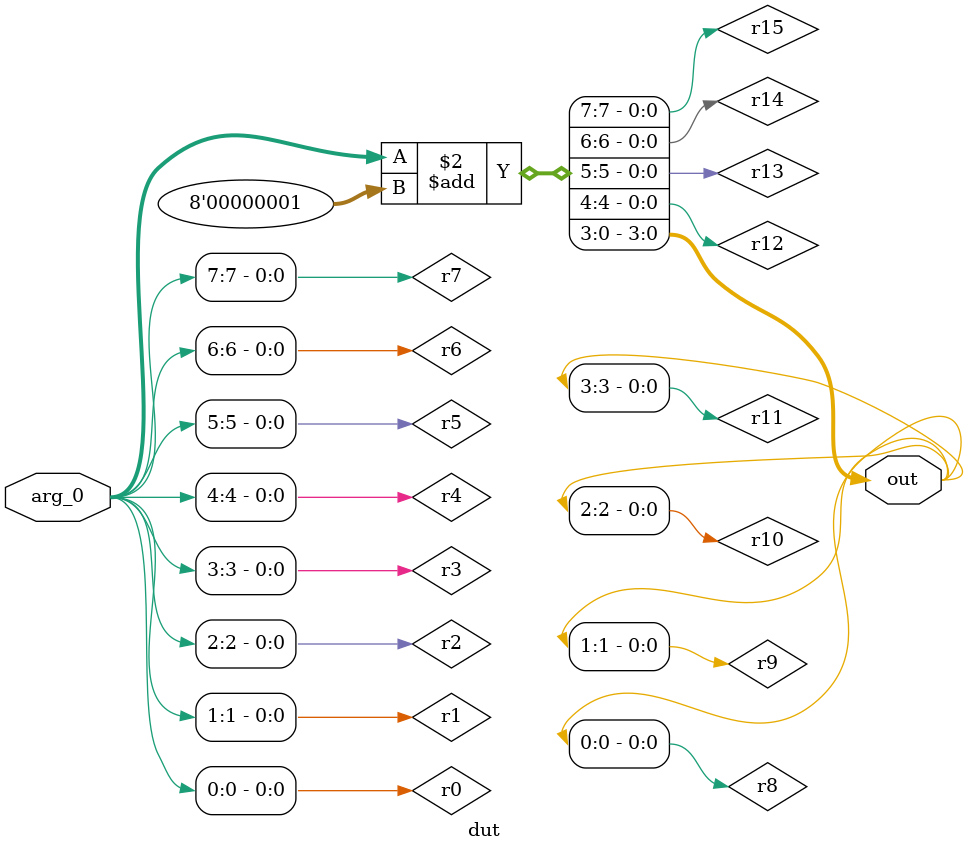
<source format=v>
module testbench();
    wire [3:0] out;
    reg [7:0] arg_0;
    dut t (.out(out),.arg_0(arg_0));
    initial begin
        arg_0 = 8'b00000000;
        #0;
        if (4'b0001 !== out) begin
            $display("ASSERTION FAILED 0x%0h !== 0x%0h CASE 0", 4'b0001, out);
            $finish;
        end
        arg_0 = 8'b00000001;
        #0;
        if (4'b0010 !== out) begin
            $display("ASSERTION FAILED 0x%0h !== 0x%0h CASE 1", 4'b0010, out);
            $finish;
        end
        arg_0 = 8'b00000010;
        #0;
        if (4'b0011 !== out) begin
            $display("ASSERTION FAILED 0x%0h !== 0x%0h CASE 2", 4'b0011, out);
            $finish;
        end
        arg_0 = 8'b00000011;
        #0;
        if (4'b0100 !== out) begin
            $display("ASSERTION FAILED 0x%0h !== 0x%0h CASE 3", 4'b0100, out);
            $finish;
        end
        arg_0 = 8'b00000100;
        #0;
        if (4'b0101 !== out) begin
            $display("ASSERTION FAILED 0x%0h !== 0x%0h CASE 4", 4'b0101, out);
            $finish;
        end
        arg_0 = 8'b00000101;
        #0;
        if (4'b0110 !== out) begin
            $display("ASSERTION FAILED 0x%0h !== 0x%0h CASE 5", 4'b0110, out);
            $finish;
        end
        arg_0 = 8'b00000110;
        #0;
        if (4'b0111 !== out) begin
            $display("ASSERTION FAILED 0x%0h !== 0x%0h CASE 6", 4'b0111, out);
            $finish;
        end
        arg_0 = 8'b00000111;
        #0;
        if (4'b1000 !== out) begin
            $display("ASSERTION FAILED 0x%0h !== 0x%0h CASE 7", 4'b1000, out);
            $finish;
        end
        arg_0 = 8'b00001000;
        #0;
        if (4'b1001 !== out) begin
            $display("ASSERTION FAILED 0x%0h !== 0x%0h CASE 8", 4'b1001, out);
            $finish;
        end
        arg_0 = 8'b00001001;
        #0;
        if (4'b1010 !== out) begin
            $display("ASSERTION FAILED 0x%0h !== 0x%0h CASE 9", 4'b1010, out);
            $finish;
        end
        arg_0 = 8'b00001010;
        #0;
        if (4'b1011 !== out) begin
            $display("ASSERTION FAILED 0x%0h !== 0x%0h CASE 10", 4'b1011, out);
            $finish;
        end
        arg_0 = 8'b00001011;
        #0;
        if (4'b1100 !== out) begin
            $display("ASSERTION FAILED 0x%0h !== 0x%0h CASE 11", 4'b1100, out);
            $finish;
        end
        arg_0 = 8'b00001100;
        #0;
        if (4'b1101 !== out) begin
            $display("ASSERTION FAILED 0x%0h !== 0x%0h CASE 12", 4'b1101, out);
            $finish;
        end
        arg_0 = 8'b00001101;
        #0;
        if (4'b1110 !== out) begin
            $display("ASSERTION FAILED 0x%0h !== 0x%0h CASE 13", 4'b1110, out);
            $finish;
        end
        arg_0 = 8'b00001110;
        #0;
        if (4'b1111 !== out) begin
            $display("ASSERTION FAILED 0x%0h !== 0x%0h CASE 14", 4'b1111, out);
            $finish;
        end
        arg_0 = 8'b00001111;
        #0;
        if (4'b0000 !== out) begin
            $display("ASSERTION FAILED 0x%0h !== 0x%0h CASE 15", 4'b0000, out);
            $finish;
        end
        arg_0 = 8'b00010000;
        #0;
        if (4'b0001 !== out) begin
            $display("ASSERTION FAILED 0x%0h !== 0x%0h CASE 16", 4'b0001, out);
            $finish;
        end
        arg_0 = 8'b00010001;
        #0;
        if (4'b0010 !== out) begin
            $display("ASSERTION FAILED 0x%0h !== 0x%0h CASE 17", 4'b0010, out);
            $finish;
        end
        arg_0 = 8'b00010010;
        #0;
        if (4'b0011 !== out) begin
            $display("ASSERTION FAILED 0x%0h !== 0x%0h CASE 18", 4'b0011, out);
            $finish;
        end
        arg_0 = 8'b00010011;
        #0;
        if (4'b0100 !== out) begin
            $display("ASSERTION FAILED 0x%0h !== 0x%0h CASE 19", 4'b0100, out);
            $finish;
        end
        arg_0 = 8'b00010100;
        #0;
        if (4'b0101 !== out) begin
            $display("ASSERTION FAILED 0x%0h !== 0x%0h CASE 20", 4'b0101, out);
            $finish;
        end
        arg_0 = 8'b00010101;
        #0;
        if (4'b0110 !== out) begin
            $display("ASSERTION FAILED 0x%0h !== 0x%0h CASE 21", 4'b0110, out);
            $finish;
        end
        arg_0 = 8'b00010110;
        #0;
        if (4'b0111 !== out) begin
            $display("ASSERTION FAILED 0x%0h !== 0x%0h CASE 22", 4'b0111, out);
            $finish;
        end
        arg_0 = 8'b00010111;
        #0;
        if (4'b1000 !== out) begin
            $display("ASSERTION FAILED 0x%0h !== 0x%0h CASE 23", 4'b1000, out);
            $finish;
        end
        arg_0 = 8'b00011000;
        #0;
        if (4'b1001 !== out) begin
            $display("ASSERTION FAILED 0x%0h !== 0x%0h CASE 24", 4'b1001, out);
            $finish;
        end
        arg_0 = 8'b00011001;
        #0;
        if (4'b1010 !== out) begin
            $display("ASSERTION FAILED 0x%0h !== 0x%0h CASE 25", 4'b1010, out);
            $finish;
        end
        arg_0 = 8'b00011010;
        #0;
        if (4'b1011 !== out) begin
            $display("ASSERTION FAILED 0x%0h !== 0x%0h CASE 26", 4'b1011, out);
            $finish;
        end
        arg_0 = 8'b00011011;
        #0;
        if (4'b1100 !== out) begin
            $display("ASSERTION FAILED 0x%0h !== 0x%0h CASE 27", 4'b1100, out);
            $finish;
        end
        arg_0 = 8'b00011100;
        #0;
        if (4'b1101 !== out) begin
            $display("ASSERTION FAILED 0x%0h !== 0x%0h CASE 28", 4'b1101, out);
            $finish;
        end
        arg_0 = 8'b00011101;
        #0;
        if (4'b1110 !== out) begin
            $display("ASSERTION FAILED 0x%0h !== 0x%0h CASE 29", 4'b1110, out);
            $finish;
        end
        arg_0 = 8'b00011110;
        #0;
        if (4'b1111 !== out) begin
            $display("ASSERTION FAILED 0x%0h !== 0x%0h CASE 30", 4'b1111, out);
            $finish;
        end
        arg_0 = 8'b00011111;
        #0;
        if (4'b0000 !== out) begin
            $display("ASSERTION FAILED 0x%0h !== 0x%0h CASE 31", 4'b0000, out);
            $finish;
        end
        arg_0 = 8'b00100000;
        #0;
        if (4'b0001 !== out) begin
            $display("ASSERTION FAILED 0x%0h !== 0x%0h CASE 32", 4'b0001, out);
            $finish;
        end
        arg_0 = 8'b00100001;
        #0;
        if (4'b0010 !== out) begin
            $display("ASSERTION FAILED 0x%0h !== 0x%0h CASE 33", 4'b0010, out);
            $finish;
        end
        arg_0 = 8'b00100010;
        #0;
        if (4'b0011 !== out) begin
            $display("ASSERTION FAILED 0x%0h !== 0x%0h CASE 34", 4'b0011, out);
            $finish;
        end
        arg_0 = 8'b00100011;
        #0;
        if (4'b0100 !== out) begin
            $display("ASSERTION FAILED 0x%0h !== 0x%0h CASE 35", 4'b0100, out);
            $finish;
        end
        arg_0 = 8'b00100100;
        #0;
        if (4'b0101 !== out) begin
            $display("ASSERTION FAILED 0x%0h !== 0x%0h CASE 36", 4'b0101, out);
            $finish;
        end
        arg_0 = 8'b00100101;
        #0;
        if (4'b0110 !== out) begin
            $display("ASSERTION FAILED 0x%0h !== 0x%0h CASE 37", 4'b0110, out);
            $finish;
        end
        arg_0 = 8'b00100110;
        #0;
        if (4'b0111 !== out) begin
            $display("ASSERTION FAILED 0x%0h !== 0x%0h CASE 38", 4'b0111, out);
            $finish;
        end
        arg_0 = 8'b00100111;
        #0;
        if (4'b1000 !== out) begin
            $display("ASSERTION FAILED 0x%0h !== 0x%0h CASE 39", 4'b1000, out);
            $finish;
        end
        arg_0 = 8'b00101000;
        #0;
        if (4'b1001 !== out) begin
            $display("ASSERTION FAILED 0x%0h !== 0x%0h CASE 40", 4'b1001, out);
            $finish;
        end
        arg_0 = 8'b00101001;
        #0;
        if (4'b1010 !== out) begin
            $display("ASSERTION FAILED 0x%0h !== 0x%0h CASE 41", 4'b1010, out);
            $finish;
        end
        arg_0 = 8'b00101010;
        #0;
        if (4'b1011 !== out) begin
            $display("ASSERTION FAILED 0x%0h !== 0x%0h CASE 42", 4'b1011, out);
            $finish;
        end
        arg_0 = 8'b00101011;
        #0;
        if (4'b1100 !== out) begin
            $display("ASSERTION FAILED 0x%0h !== 0x%0h CASE 43", 4'b1100, out);
            $finish;
        end
        arg_0 = 8'b00101100;
        #0;
        if (4'b1101 !== out) begin
            $display("ASSERTION FAILED 0x%0h !== 0x%0h CASE 44", 4'b1101, out);
            $finish;
        end
        arg_0 = 8'b00101101;
        #0;
        if (4'b1110 !== out) begin
            $display("ASSERTION FAILED 0x%0h !== 0x%0h CASE 45", 4'b1110, out);
            $finish;
        end
        arg_0 = 8'b00101110;
        #0;
        if (4'b1111 !== out) begin
            $display("ASSERTION FAILED 0x%0h !== 0x%0h CASE 46", 4'b1111, out);
            $finish;
        end
        arg_0 = 8'b00101111;
        #0;
        if (4'b0000 !== out) begin
            $display("ASSERTION FAILED 0x%0h !== 0x%0h CASE 47", 4'b0000, out);
            $finish;
        end
        arg_0 = 8'b00110000;
        #0;
        if (4'b0001 !== out) begin
            $display("ASSERTION FAILED 0x%0h !== 0x%0h CASE 48", 4'b0001, out);
            $finish;
        end
        arg_0 = 8'b00110001;
        #0;
        if (4'b0010 !== out) begin
            $display("ASSERTION FAILED 0x%0h !== 0x%0h CASE 49", 4'b0010, out);
            $finish;
        end
        arg_0 = 8'b00110010;
        #0;
        if (4'b0011 !== out) begin
            $display("ASSERTION FAILED 0x%0h !== 0x%0h CASE 50", 4'b0011, out);
            $finish;
        end
        arg_0 = 8'b00110011;
        #0;
        if (4'b0100 !== out) begin
            $display("ASSERTION FAILED 0x%0h !== 0x%0h CASE 51", 4'b0100, out);
            $finish;
        end
        arg_0 = 8'b00110100;
        #0;
        if (4'b0101 !== out) begin
            $display("ASSERTION FAILED 0x%0h !== 0x%0h CASE 52", 4'b0101, out);
            $finish;
        end
        arg_0 = 8'b00110101;
        #0;
        if (4'b0110 !== out) begin
            $display("ASSERTION FAILED 0x%0h !== 0x%0h CASE 53", 4'b0110, out);
            $finish;
        end
        arg_0 = 8'b00110110;
        #0;
        if (4'b0111 !== out) begin
            $display("ASSERTION FAILED 0x%0h !== 0x%0h CASE 54", 4'b0111, out);
            $finish;
        end
        arg_0 = 8'b00110111;
        #0;
        if (4'b1000 !== out) begin
            $display("ASSERTION FAILED 0x%0h !== 0x%0h CASE 55", 4'b1000, out);
            $finish;
        end
        arg_0 = 8'b00111000;
        #0;
        if (4'b1001 !== out) begin
            $display("ASSERTION FAILED 0x%0h !== 0x%0h CASE 56", 4'b1001, out);
            $finish;
        end
        arg_0 = 8'b00111001;
        #0;
        if (4'b1010 !== out) begin
            $display("ASSERTION FAILED 0x%0h !== 0x%0h CASE 57", 4'b1010, out);
            $finish;
        end
        arg_0 = 8'b00111010;
        #0;
        if (4'b1011 !== out) begin
            $display("ASSERTION FAILED 0x%0h !== 0x%0h CASE 58", 4'b1011, out);
            $finish;
        end
        arg_0 = 8'b00111011;
        #0;
        if (4'b1100 !== out) begin
            $display("ASSERTION FAILED 0x%0h !== 0x%0h CASE 59", 4'b1100, out);
            $finish;
        end
        arg_0 = 8'b00111100;
        #0;
        if (4'b1101 !== out) begin
            $display("ASSERTION FAILED 0x%0h !== 0x%0h CASE 60", 4'b1101, out);
            $finish;
        end
        arg_0 = 8'b00111101;
        #0;
        if (4'b1110 !== out) begin
            $display("ASSERTION FAILED 0x%0h !== 0x%0h CASE 61", 4'b1110, out);
            $finish;
        end
        arg_0 = 8'b00111110;
        #0;
        if (4'b1111 !== out) begin
            $display("ASSERTION FAILED 0x%0h !== 0x%0h CASE 62", 4'b1111, out);
            $finish;
        end
        arg_0 = 8'b00111111;
        #0;
        if (4'b0000 !== out) begin
            $display("ASSERTION FAILED 0x%0h !== 0x%0h CASE 63", 4'b0000, out);
            $finish;
        end
        arg_0 = 8'b01000000;
        #0;
        if (4'b0001 !== out) begin
            $display("ASSERTION FAILED 0x%0h !== 0x%0h CASE 64", 4'b0001, out);
            $finish;
        end
        arg_0 = 8'b01000001;
        #0;
        if (4'b0010 !== out) begin
            $display("ASSERTION FAILED 0x%0h !== 0x%0h CASE 65", 4'b0010, out);
            $finish;
        end
        arg_0 = 8'b01000010;
        #0;
        if (4'b0011 !== out) begin
            $display("ASSERTION FAILED 0x%0h !== 0x%0h CASE 66", 4'b0011, out);
            $finish;
        end
        arg_0 = 8'b01000011;
        #0;
        if (4'b0100 !== out) begin
            $display("ASSERTION FAILED 0x%0h !== 0x%0h CASE 67", 4'b0100, out);
            $finish;
        end
        arg_0 = 8'b01000100;
        #0;
        if (4'b0101 !== out) begin
            $display("ASSERTION FAILED 0x%0h !== 0x%0h CASE 68", 4'b0101, out);
            $finish;
        end
        arg_0 = 8'b01000101;
        #0;
        if (4'b0110 !== out) begin
            $display("ASSERTION FAILED 0x%0h !== 0x%0h CASE 69", 4'b0110, out);
            $finish;
        end
        arg_0 = 8'b01000110;
        #0;
        if (4'b0111 !== out) begin
            $display("ASSERTION FAILED 0x%0h !== 0x%0h CASE 70", 4'b0111, out);
            $finish;
        end
        arg_0 = 8'b01000111;
        #0;
        if (4'b1000 !== out) begin
            $display("ASSERTION FAILED 0x%0h !== 0x%0h CASE 71", 4'b1000, out);
            $finish;
        end
        arg_0 = 8'b01001000;
        #0;
        if (4'b1001 !== out) begin
            $display("ASSERTION FAILED 0x%0h !== 0x%0h CASE 72", 4'b1001, out);
            $finish;
        end
        arg_0 = 8'b01001001;
        #0;
        if (4'b1010 !== out) begin
            $display("ASSERTION FAILED 0x%0h !== 0x%0h CASE 73", 4'b1010, out);
            $finish;
        end
        arg_0 = 8'b01001010;
        #0;
        if (4'b1011 !== out) begin
            $display("ASSERTION FAILED 0x%0h !== 0x%0h CASE 74", 4'b1011, out);
            $finish;
        end
        arg_0 = 8'b01001011;
        #0;
        if (4'b1100 !== out) begin
            $display("ASSERTION FAILED 0x%0h !== 0x%0h CASE 75", 4'b1100, out);
            $finish;
        end
        arg_0 = 8'b01001100;
        #0;
        if (4'b1101 !== out) begin
            $display("ASSERTION FAILED 0x%0h !== 0x%0h CASE 76", 4'b1101, out);
            $finish;
        end
        arg_0 = 8'b01001101;
        #0;
        if (4'b1110 !== out) begin
            $display("ASSERTION FAILED 0x%0h !== 0x%0h CASE 77", 4'b1110, out);
            $finish;
        end
        arg_0 = 8'b01001110;
        #0;
        if (4'b1111 !== out) begin
            $display("ASSERTION FAILED 0x%0h !== 0x%0h CASE 78", 4'b1111, out);
            $finish;
        end
        arg_0 = 8'b01001111;
        #0;
        if (4'b0000 !== out) begin
            $display("ASSERTION FAILED 0x%0h !== 0x%0h CASE 79", 4'b0000, out);
            $finish;
        end
        arg_0 = 8'b01010000;
        #0;
        if (4'b0001 !== out) begin
            $display("ASSERTION FAILED 0x%0h !== 0x%0h CASE 80", 4'b0001, out);
            $finish;
        end
        arg_0 = 8'b01010001;
        #0;
        if (4'b0010 !== out) begin
            $display("ASSERTION FAILED 0x%0h !== 0x%0h CASE 81", 4'b0010, out);
            $finish;
        end
        arg_0 = 8'b01010010;
        #0;
        if (4'b0011 !== out) begin
            $display("ASSERTION FAILED 0x%0h !== 0x%0h CASE 82", 4'b0011, out);
            $finish;
        end
        arg_0 = 8'b01010011;
        #0;
        if (4'b0100 !== out) begin
            $display("ASSERTION FAILED 0x%0h !== 0x%0h CASE 83", 4'b0100, out);
            $finish;
        end
        arg_0 = 8'b01010100;
        #0;
        if (4'b0101 !== out) begin
            $display("ASSERTION FAILED 0x%0h !== 0x%0h CASE 84", 4'b0101, out);
            $finish;
        end
        arg_0 = 8'b01010101;
        #0;
        if (4'b0110 !== out) begin
            $display("ASSERTION FAILED 0x%0h !== 0x%0h CASE 85", 4'b0110, out);
            $finish;
        end
        arg_0 = 8'b01010110;
        #0;
        if (4'b0111 !== out) begin
            $display("ASSERTION FAILED 0x%0h !== 0x%0h CASE 86", 4'b0111, out);
            $finish;
        end
        arg_0 = 8'b01010111;
        #0;
        if (4'b1000 !== out) begin
            $display("ASSERTION FAILED 0x%0h !== 0x%0h CASE 87", 4'b1000, out);
            $finish;
        end
        arg_0 = 8'b01011000;
        #0;
        if (4'b1001 !== out) begin
            $display("ASSERTION FAILED 0x%0h !== 0x%0h CASE 88", 4'b1001, out);
            $finish;
        end
        arg_0 = 8'b01011001;
        #0;
        if (4'b1010 !== out) begin
            $display("ASSERTION FAILED 0x%0h !== 0x%0h CASE 89", 4'b1010, out);
            $finish;
        end
        arg_0 = 8'b01011010;
        #0;
        if (4'b1011 !== out) begin
            $display("ASSERTION FAILED 0x%0h !== 0x%0h CASE 90", 4'b1011, out);
            $finish;
        end
        arg_0 = 8'b01011011;
        #0;
        if (4'b1100 !== out) begin
            $display("ASSERTION FAILED 0x%0h !== 0x%0h CASE 91", 4'b1100, out);
            $finish;
        end
        arg_0 = 8'b01011100;
        #0;
        if (4'b1101 !== out) begin
            $display("ASSERTION FAILED 0x%0h !== 0x%0h CASE 92", 4'b1101, out);
            $finish;
        end
        arg_0 = 8'b01011101;
        #0;
        if (4'b1110 !== out) begin
            $display("ASSERTION FAILED 0x%0h !== 0x%0h CASE 93", 4'b1110, out);
            $finish;
        end
        arg_0 = 8'b01011110;
        #0;
        if (4'b1111 !== out) begin
            $display("ASSERTION FAILED 0x%0h !== 0x%0h CASE 94", 4'b1111, out);
            $finish;
        end
        arg_0 = 8'b01011111;
        #0;
        if (4'b0000 !== out) begin
            $display("ASSERTION FAILED 0x%0h !== 0x%0h CASE 95", 4'b0000, out);
            $finish;
        end
        arg_0 = 8'b01100000;
        #0;
        if (4'b0001 !== out) begin
            $display("ASSERTION FAILED 0x%0h !== 0x%0h CASE 96", 4'b0001, out);
            $finish;
        end
        arg_0 = 8'b01100001;
        #0;
        if (4'b0010 !== out) begin
            $display("ASSERTION FAILED 0x%0h !== 0x%0h CASE 97", 4'b0010, out);
            $finish;
        end
        arg_0 = 8'b01100010;
        #0;
        if (4'b0011 !== out) begin
            $display("ASSERTION FAILED 0x%0h !== 0x%0h CASE 98", 4'b0011, out);
            $finish;
        end
        arg_0 = 8'b01100011;
        #0;
        if (4'b0100 !== out) begin
            $display("ASSERTION FAILED 0x%0h !== 0x%0h CASE 99", 4'b0100, out);
            $finish;
        end
        arg_0 = 8'b01100100;
        #0;
        if (4'b0101 !== out) begin
            $display("ASSERTION FAILED 0x%0h !== 0x%0h CASE 100", 4'b0101, out);
            $finish;
        end
        arg_0 = 8'b01100101;
        #0;
        if (4'b0110 !== out) begin
            $display("ASSERTION FAILED 0x%0h !== 0x%0h CASE 101", 4'b0110, out);
            $finish;
        end
        arg_0 = 8'b01100110;
        #0;
        if (4'b0111 !== out) begin
            $display("ASSERTION FAILED 0x%0h !== 0x%0h CASE 102", 4'b0111, out);
            $finish;
        end
        arg_0 = 8'b01100111;
        #0;
        if (4'b1000 !== out) begin
            $display("ASSERTION FAILED 0x%0h !== 0x%0h CASE 103", 4'b1000, out);
            $finish;
        end
        arg_0 = 8'b01101000;
        #0;
        if (4'b1001 !== out) begin
            $display("ASSERTION FAILED 0x%0h !== 0x%0h CASE 104", 4'b1001, out);
            $finish;
        end
        arg_0 = 8'b01101001;
        #0;
        if (4'b1010 !== out) begin
            $display("ASSERTION FAILED 0x%0h !== 0x%0h CASE 105", 4'b1010, out);
            $finish;
        end
        arg_0 = 8'b01101010;
        #0;
        if (4'b1011 !== out) begin
            $display("ASSERTION FAILED 0x%0h !== 0x%0h CASE 106", 4'b1011, out);
            $finish;
        end
        arg_0 = 8'b01101011;
        #0;
        if (4'b1100 !== out) begin
            $display("ASSERTION FAILED 0x%0h !== 0x%0h CASE 107", 4'b1100, out);
            $finish;
        end
        arg_0 = 8'b01101100;
        #0;
        if (4'b1101 !== out) begin
            $display("ASSERTION FAILED 0x%0h !== 0x%0h CASE 108", 4'b1101, out);
            $finish;
        end
        arg_0 = 8'b01101101;
        #0;
        if (4'b1110 !== out) begin
            $display("ASSERTION FAILED 0x%0h !== 0x%0h CASE 109", 4'b1110, out);
            $finish;
        end
        arg_0 = 8'b01101110;
        #0;
        if (4'b1111 !== out) begin
            $display("ASSERTION FAILED 0x%0h !== 0x%0h CASE 110", 4'b1111, out);
            $finish;
        end
        arg_0 = 8'b01101111;
        #0;
        if (4'b0000 !== out) begin
            $display("ASSERTION FAILED 0x%0h !== 0x%0h CASE 111", 4'b0000, out);
            $finish;
        end
        arg_0 = 8'b01110000;
        #0;
        if (4'b0001 !== out) begin
            $display("ASSERTION FAILED 0x%0h !== 0x%0h CASE 112", 4'b0001, out);
            $finish;
        end
        arg_0 = 8'b01110001;
        #0;
        if (4'b0010 !== out) begin
            $display("ASSERTION FAILED 0x%0h !== 0x%0h CASE 113", 4'b0010, out);
            $finish;
        end
        arg_0 = 8'b01110010;
        #0;
        if (4'b0011 !== out) begin
            $display("ASSERTION FAILED 0x%0h !== 0x%0h CASE 114", 4'b0011, out);
            $finish;
        end
        arg_0 = 8'b01110011;
        #0;
        if (4'b0100 !== out) begin
            $display("ASSERTION FAILED 0x%0h !== 0x%0h CASE 115", 4'b0100, out);
            $finish;
        end
        arg_0 = 8'b01110100;
        #0;
        if (4'b0101 !== out) begin
            $display("ASSERTION FAILED 0x%0h !== 0x%0h CASE 116", 4'b0101, out);
            $finish;
        end
        arg_0 = 8'b01110101;
        #0;
        if (4'b0110 !== out) begin
            $display("ASSERTION FAILED 0x%0h !== 0x%0h CASE 117", 4'b0110, out);
            $finish;
        end
        arg_0 = 8'b01110110;
        #0;
        if (4'b0111 !== out) begin
            $display("ASSERTION FAILED 0x%0h !== 0x%0h CASE 118", 4'b0111, out);
            $finish;
        end
        arg_0 = 8'b01110111;
        #0;
        if (4'b1000 !== out) begin
            $display("ASSERTION FAILED 0x%0h !== 0x%0h CASE 119", 4'b1000, out);
            $finish;
        end
        arg_0 = 8'b01111000;
        #0;
        if (4'b1001 !== out) begin
            $display("ASSERTION FAILED 0x%0h !== 0x%0h CASE 120", 4'b1001, out);
            $finish;
        end
        arg_0 = 8'b01111001;
        #0;
        if (4'b1010 !== out) begin
            $display("ASSERTION FAILED 0x%0h !== 0x%0h CASE 121", 4'b1010, out);
            $finish;
        end
        arg_0 = 8'b01111010;
        #0;
        if (4'b1011 !== out) begin
            $display("ASSERTION FAILED 0x%0h !== 0x%0h CASE 122", 4'b1011, out);
            $finish;
        end
        arg_0 = 8'b01111011;
        #0;
        if (4'b1100 !== out) begin
            $display("ASSERTION FAILED 0x%0h !== 0x%0h CASE 123", 4'b1100, out);
            $finish;
        end
        arg_0 = 8'b01111100;
        #0;
        if (4'b1101 !== out) begin
            $display("ASSERTION FAILED 0x%0h !== 0x%0h CASE 124", 4'b1101, out);
            $finish;
        end
        arg_0 = 8'b01111101;
        #0;
        if (4'b1110 !== out) begin
            $display("ASSERTION FAILED 0x%0h !== 0x%0h CASE 125", 4'b1110, out);
            $finish;
        end
        arg_0 = 8'b01111110;
        #0;
        if (4'b1111 !== out) begin
            $display("ASSERTION FAILED 0x%0h !== 0x%0h CASE 126", 4'b1111, out);
            $finish;
        end
        arg_0 = 8'b01111111;
        #0;
        if (4'b0000 !== out) begin
            $display("ASSERTION FAILED 0x%0h !== 0x%0h CASE 127", 4'b0000, out);
            $finish;
        end
        arg_0 = 8'b10000000;
        #0;
        if (4'b0001 !== out) begin
            $display("ASSERTION FAILED 0x%0h !== 0x%0h CASE 128", 4'b0001, out);
            $finish;
        end
        arg_0 = 8'b10000001;
        #0;
        if (4'b0010 !== out) begin
            $display("ASSERTION FAILED 0x%0h !== 0x%0h CASE 129", 4'b0010, out);
            $finish;
        end
        arg_0 = 8'b10000010;
        #0;
        if (4'b0011 !== out) begin
            $display("ASSERTION FAILED 0x%0h !== 0x%0h CASE 130", 4'b0011, out);
            $finish;
        end
        arg_0 = 8'b10000011;
        #0;
        if (4'b0100 !== out) begin
            $display("ASSERTION FAILED 0x%0h !== 0x%0h CASE 131", 4'b0100, out);
            $finish;
        end
        arg_0 = 8'b10000100;
        #0;
        if (4'b0101 !== out) begin
            $display("ASSERTION FAILED 0x%0h !== 0x%0h CASE 132", 4'b0101, out);
            $finish;
        end
        arg_0 = 8'b10000101;
        #0;
        if (4'b0110 !== out) begin
            $display("ASSERTION FAILED 0x%0h !== 0x%0h CASE 133", 4'b0110, out);
            $finish;
        end
        arg_0 = 8'b10000110;
        #0;
        if (4'b0111 !== out) begin
            $display("ASSERTION FAILED 0x%0h !== 0x%0h CASE 134", 4'b0111, out);
            $finish;
        end
        arg_0 = 8'b10000111;
        #0;
        if (4'b1000 !== out) begin
            $display("ASSERTION FAILED 0x%0h !== 0x%0h CASE 135", 4'b1000, out);
            $finish;
        end
        arg_0 = 8'b10001000;
        #0;
        if (4'b1001 !== out) begin
            $display("ASSERTION FAILED 0x%0h !== 0x%0h CASE 136", 4'b1001, out);
            $finish;
        end
        arg_0 = 8'b10001001;
        #0;
        if (4'b1010 !== out) begin
            $display("ASSERTION FAILED 0x%0h !== 0x%0h CASE 137", 4'b1010, out);
            $finish;
        end
        arg_0 = 8'b10001010;
        #0;
        if (4'b1011 !== out) begin
            $display("ASSERTION FAILED 0x%0h !== 0x%0h CASE 138", 4'b1011, out);
            $finish;
        end
        arg_0 = 8'b10001011;
        #0;
        if (4'b1100 !== out) begin
            $display("ASSERTION FAILED 0x%0h !== 0x%0h CASE 139", 4'b1100, out);
            $finish;
        end
        arg_0 = 8'b10001100;
        #0;
        if (4'b1101 !== out) begin
            $display("ASSERTION FAILED 0x%0h !== 0x%0h CASE 140", 4'b1101, out);
            $finish;
        end
        arg_0 = 8'b10001101;
        #0;
        if (4'b1110 !== out) begin
            $display("ASSERTION FAILED 0x%0h !== 0x%0h CASE 141", 4'b1110, out);
            $finish;
        end
        arg_0 = 8'b10001110;
        #0;
        if (4'b1111 !== out) begin
            $display("ASSERTION FAILED 0x%0h !== 0x%0h CASE 142", 4'b1111, out);
            $finish;
        end
        arg_0 = 8'b10001111;
        #0;
        if (4'b0000 !== out) begin
            $display("ASSERTION FAILED 0x%0h !== 0x%0h CASE 143", 4'b0000, out);
            $finish;
        end
        arg_0 = 8'b10010000;
        #0;
        if (4'b0001 !== out) begin
            $display("ASSERTION FAILED 0x%0h !== 0x%0h CASE 144", 4'b0001, out);
            $finish;
        end
        arg_0 = 8'b10010001;
        #0;
        if (4'b0010 !== out) begin
            $display("ASSERTION FAILED 0x%0h !== 0x%0h CASE 145", 4'b0010, out);
            $finish;
        end
        arg_0 = 8'b10010010;
        #0;
        if (4'b0011 !== out) begin
            $display("ASSERTION FAILED 0x%0h !== 0x%0h CASE 146", 4'b0011, out);
            $finish;
        end
        arg_0 = 8'b10010011;
        #0;
        if (4'b0100 !== out) begin
            $display("ASSERTION FAILED 0x%0h !== 0x%0h CASE 147", 4'b0100, out);
            $finish;
        end
        arg_0 = 8'b10010100;
        #0;
        if (4'b0101 !== out) begin
            $display("ASSERTION FAILED 0x%0h !== 0x%0h CASE 148", 4'b0101, out);
            $finish;
        end
        arg_0 = 8'b10010101;
        #0;
        if (4'b0110 !== out) begin
            $display("ASSERTION FAILED 0x%0h !== 0x%0h CASE 149", 4'b0110, out);
            $finish;
        end
        arg_0 = 8'b10010110;
        #0;
        if (4'b0111 !== out) begin
            $display("ASSERTION FAILED 0x%0h !== 0x%0h CASE 150", 4'b0111, out);
            $finish;
        end
        arg_0 = 8'b10010111;
        #0;
        if (4'b1000 !== out) begin
            $display("ASSERTION FAILED 0x%0h !== 0x%0h CASE 151", 4'b1000, out);
            $finish;
        end
        arg_0 = 8'b10011000;
        #0;
        if (4'b1001 !== out) begin
            $display("ASSERTION FAILED 0x%0h !== 0x%0h CASE 152", 4'b1001, out);
            $finish;
        end
        arg_0 = 8'b10011001;
        #0;
        if (4'b1010 !== out) begin
            $display("ASSERTION FAILED 0x%0h !== 0x%0h CASE 153", 4'b1010, out);
            $finish;
        end
        arg_0 = 8'b10011010;
        #0;
        if (4'b1011 !== out) begin
            $display("ASSERTION FAILED 0x%0h !== 0x%0h CASE 154", 4'b1011, out);
            $finish;
        end
        arg_0 = 8'b10011011;
        #0;
        if (4'b1100 !== out) begin
            $display("ASSERTION FAILED 0x%0h !== 0x%0h CASE 155", 4'b1100, out);
            $finish;
        end
        arg_0 = 8'b10011100;
        #0;
        if (4'b1101 !== out) begin
            $display("ASSERTION FAILED 0x%0h !== 0x%0h CASE 156", 4'b1101, out);
            $finish;
        end
        arg_0 = 8'b10011101;
        #0;
        if (4'b1110 !== out) begin
            $display("ASSERTION FAILED 0x%0h !== 0x%0h CASE 157", 4'b1110, out);
            $finish;
        end
        arg_0 = 8'b10011110;
        #0;
        if (4'b1111 !== out) begin
            $display("ASSERTION FAILED 0x%0h !== 0x%0h CASE 158", 4'b1111, out);
            $finish;
        end
        arg_0 = 8'b10011111;
        #0;
        if (4'b0000 !== out) begin
            $display("ASSERTION FAILED 0x%0h !== 0x%0h CASE 159", 4'b0000, out);
            $finish;
        end
        arg_0 = 8'b10100000;
        #0;
        if (4'b0001 !== out) begin
            $display("ASSERTION FAILED 0x%0h !== 0x%0h CASE 160", 4'b0001, out);
            $finish;
        end
        arg_0 = 8'b10100001;
        #0;
        if (4'b0010 !== out) begin
            $display("ASSERTION FAILED 0x%0h !== 0x%0h CASE 161", 4'b0010, out);
            $finish;
        end
        arg_0 = 8'b10100010;
        #0;
        if (4'b0011 !== out) begin
            $display("ASSERTION FAILED 0x%0h !== 0x%0h CASE 162", 4'b0011, out);
            $finish;
        end
        arg_0 = 8'b10100011;
        #0;
        if (4'b0100 !== out) begin
            $display("ASSERTION FAILED 0x%0h !== 0x%0h CASE 163", 4'b0100, out);
            $finish;
        end
        arg_0 = 8'b10100100;
        #0;
        if (4'b0101 !== out) begin
            $display("ASSERTION FAILED 0x%0h !== 0x%0h CASE 164", 4'b0101, out);
            $finish;
        end
        arg_0 = 8'b10100101;
        #0;
        if (4'b0110 !== out) begin
            $display("ASSERTION FAILED 0x%0h !== 0x%0h CASE 165", 4'b0110, out);
            $finish;
        end
        arg_0 = 8'b10100110;
        #0;
        if (4'b0111 !== out) begin
            $display("ASSERTION FAILED 0x%0h !== 0x%0h CASE 166", 4'b0111, out);
            $finish;
        end
        arg_0 = 8'b10100111;
        #0;
        if (4'b1000 !== out) begin
            $display("ASSERTION FAILED 0x%0h !== 0x%0h CASE 167", 4'b1000, out);
            $finish;
        end
        arg_0 = 8'b10101000;
        #0;
        if (4'b1001 !== out) begin
            $display("ASSERTION FAILED 0x%0h !== 0x%0h CASE 168", 4'b1001, out);
            $finish;
        end
        arg_0 = 8'b10101001;
        #0;
        if (4'b1010 !== out) begin
            $display("ASSERTION FAILED 0x%0h !== 0x%0h CASE 169", 4'b1010, out);
            $finish;
        end
        arg_0 = 8'b10101010;
        #0;
        if (4'b1011 !== out) begin
            $display("ASSERTION FAILED 0x%0h !== 0x%0h CASE 170", 4'b1011, out);
            $finish;
        end
        arg_0 = 8'b10101011;
        #0;
        if (4'b1100 !== out) begin
            $display("ASSERTION FAILED 0x%0h !== 0x%0h CASE 171", 4'b1100, out);
            $finish;
        end
        arg_0 = 8'b10101100;
        #0;
        if (4'b1101 !== out) begin
            $display("ASSERTION FAILED 0x%0h !== 0x%0h CASE 172", 4'b1101, out);
            $finish;
        end
        arg_0 = 8'b10101101;
        #0;
        if (4'b1110 !== out) begin
            $display("ASSERTION FAILED 0x%0h !== 0x%0h CASE 173", 4'b1110, out);
            $finish;
        end
        arg_0 = 8'b10101110;
        #0;
        if (4'b1111 !== out) begin
            $display("ASSERTION FAILED 0x%0h !== 0x%0h CASE 174", 4'b1111, out);
            $finish;
        end
        arg_0 = 8'b10101111;
        #0;
        if (4'b0000 !== out) begin
            $display("ASSERTION FAILED 0x%0h !== 0x%0h CASE 175", 4'b0000, out);
            $finish;
        end
        arg_0 = 8'b10110000;
        #0;
        if (4'b0001 !== out) begin
            $display("ASSERTION FAILED 0x%0h !== 0x%0h CASE 176", 4'b0001, out);
            $finish;
        end
        arg_0 = 8'b10110001;
        #0;
        if (4'b0010 !== out) begin
            $display("ASSERTION FAILED 0x%0h !== 0x%0h CASE 177", 4'b0010, out);
            $finish;
        end
        arg_0 = 8'b10110010;
        #0;
        if (4'b0011 !== out) begin
            $display("ASSERTION FAILED 0x%0h !== 0x%0h CASE 178", 4'b0011, out);
            $finish;
        end
        arg_0 = 8'b10110011;
        #0;
        if (4'b0100 !== out) begin
            $display("ASSERTION FAILED 0x%0h !== 0x%0h CASE 179", 4'b0100, out);
            $finish;
        end
        arg_0 = 8'b10110100;
        #0;
        if (4'b0101 !== out) begin
            $display("ASSERTION FAILED 0x%0h !== 0x%0h CASE 180", 4'b0101, out);
            $finish;
        end
        arg_0 = 8'b10110101;
        #0;
        if (4'b0110 !== out) begin
            $display("ASSERTION FAILED 0x%0h !== 0x%0h CASE 181", 4'b0110, out);
            $finish;
        end
        arg_0 = 8'b10110110;
        #0;
        if (4'b0111 !== out) begin
            $display("ASSERTION FAILED 0x%0h !== 0x%0h CASE 182", 4'b0111, out);
            $finish;
        end
        arg_0 = 8'b10110111;
        #0;
        if (4'b1000 !== out) begin
            $display("ASSERTION FAILED 0x%0h !== 0x%0h CASE 183", 4'b1000, out);
            $finish;
        end
        arg_0 = 8'b10111000;
        #0;
        if (4'b1001 !== out) begin
            $display("ASSERTION FAILED 0x%0h !== 0x%0h CASE 184", 4'b1001, out);
            $finish;
        end
        arg_0 = 8'b10111001;
        #0;
        if (4'b1010 !== out) begin
            $display("ASSERTION FAILED 0x%0h !== 0x%0h CASE 185", 4'b1010, out);
            $finish;
        end
        arg_0 = 8'b10111010;
        #0;
        if (4'b1011 !== out) begin
            $display("ASSERTION FAILED 0x%0h !== 0x%0h CASE 186", 4'b1011, out);
            $finish;
        end
        arg_0 = 8'b10111011;
        #0;
        if (4'b1100 !== out) begin
            $display("ASSERTION FAILED 0x%0h !== 0x%0h CASE 187", 4'b1100, out);
            $finish;
        end
        arg_0 = 8'b10111100;
        #0;
        if (4'b1101 !== out) begin
            $display("ASSERTION FAILED 0x%0h !== 0x%0h CASE 188", 4'b1101, out);
            $finish;
        end
        arg_0 = 8'b10111101;
        #0;
        if (4'b1110 !== out) begin
            $display("ASSERTION FAILED 0x%0h !== 0x%0h CASE 189", 4'b1110, out);
            $finish;
        end
        arg_0 = 8'b10111110;
        #0;
        if (4'b1111 !== out) begin
            $display("ASSERTION FAILED 0x%0h !== 0x%0h CASE 190", 4'b1111, out);
            $finish;
        end
        arg_0 = 8'b10111111;
        #0;
        if (4'b0000 !== out) begin
            $display("ASSERTION FAILED 0x%0h !== 0x%0h CASE 191", 4'b0000, out);
            $finish;
        end
        arg_0 = 8'b11000000;
        #0;
        if (4'b0001 !== out) begin
            $display("ASSERTION FAILED 0x%0h !== 0x%0h CASE 192", 4'b0001, out);
            $finish;
        end
        arg_0 = 8'b11000001;
        #0;
        if (4'b0010 !== out) begin
            $display("ASSERTION FAILED 0x%0h !== 0x%0h CASE 193", 4'b0010, out);
            $finish;
        end
        arg_0 = 8'b11000010;
        #0;
        if (4'b0011 !== out) begin
            $display("ASSERTION FAILED 0x%0h !== 0x%0h CASE 194", 4'b0011, out);
            $finish;
        end
        arg_0 = 8'b11000011;
        #0;
        if (4'b0100 !== out) begin
            $display("ASSERTION FAILED 0x%0h !== 0x%0h CASE 195", 4'b0100, out);
            $finish;
        end
        arg_0 = 8'b11000100;
        #0;
        if (4'b0101 !== out) begin
            $display("ASSERTION FAILED 0x%0h !== 0x%0h CASE 196", 4'b0101, out);
            $finish;
        end
        arg_0 = 8'b11000101;
        #0;
        if (4'b0110 !== out) begin
            $display("ASSERTION FAILED 0x%0h !== 0x%0h CASE 197", 4'b0110, out);
            $finish;
        end
        arg_0 = 8'b11000110;
        #0;
        if (4'b0111 !== out) begin
            $display("ASSERTION FAILED 0x%0h !== 0x%0h CASE 198", 4'b0111, out);
            $finish;
        end
        arg_0 = 8'b11000111;
        #0;
        if (4'b1000 !== out) begin
            $display("ASSERTION FAILED 0x%0h !== 0x%0h CASE 199", 4'b1000, out);
            $finish;
        end
        arg_0 = 8'b11001000;
        #0;
        if (4'b1001 !== out) begin
            $display("ASSERTION FAILED 0x%0h !== 0x%0h CASE 200", 4'b1001, out);
            $finish;
        end
        arg_0 = 8'b11001001;
        #0;
        if (4'b1010 !== out) begin
            $display("ASSERTION FAILED 0x%0h !== 0x%0h CASE 201", 4'b1010, out);
            $finish;
        end
        arg_0 = 8'b11001010;
        #0;
        if (4'b1011 !== out) begin
            $display("ASSERTION FAILED 0x%0h !== 0x%0h CASE 202", 4'b1011, out);
            $finish;
        end
        arg_0 = 8'b11001011;
        #0;
        if (4'b1100 !== out) begin
            $display("ASSERTION FAILED 0x%0h !== 0x%0h CASE 203", 4'b1100, out);
            $finish;
        end
        arg_0 = 8'b11001100;
        #0;
        if (4'b1101 !== out) begin
            $display("ASSERTION FAILED 0x%0h !== 0x%0h CASE 204", 4'b1101, out);
            $finish;
        end
        arg_0 = 8'b11001101;
        #0;
        if (4'b1110 !== out) begin
            $display("ASSERTION FAILED 0x%0h !== 0x%0h CASE 205", 4'b1110, out);
            $finish;
        end
        arg_0 = 8'b11001110;
        #0;
        if (4'b1111 !== out) begin
            $display("ASSERTION FAILED 0x%0h !== 0x%0h CASE 206", 4'b1111, out);
            $finish;
        end
        arg_0 = 8'b11001111;
        #0;
        if (4'b0000 !== out) begin
            $display("ASSERTION FAILED 0x%0h !== 0x%0h CASE 207", 4'b0000, out);
            $finish;
        end
        arg_0 = 8'b11010000;
        #0;
        if (4'b0001 !== out) begin
            $display("ASSERTION FAILED 0x%0h !== 0x%0h CASE 208", 4'b0001, out);
            $finish;
        end
        arg_0 = 8'b11010001;
        #0;
        if (4'b0010 !== out) begin
            $display("ASSERTION FAILED 0x%0h !== 0x%0h CASE 209", 4'b0010, out);
            $finish;
        end
        arg_0 = 8'b11010010;
        #0;
        if (4'b0011 !== out) begin
            $display("ASSERTION FAILED 0x%0h !== 0x%0h CASE 210", 4'b0011, out);
            $finish;
        end
        arg_0 = 8'b11010011;
        #0;
        if (4'b0100 !== out) begin
            $display("ASSERTION FAILED 0x%0h !== 0x%0h CASE 211", 4'b0100, out);
            $finish;
        end
        arg_0 = 8'b11010100;
        #0;
        if (4'b0101 !== out) begin
            $display("ASSERTION FAILED 0x%0h !== 0x%0h CASE 212", 4'b0101, out);
            $finish;
        end
        arg_0 = 8'b11010101;
        #0;
        if (4'b0110 !== out) begin
            $display("ASSERTION FAILED 0x%0h !== 0x%0h CASE 213", 4'b0110, out);
            $finish;
        end
        arg_0 = 8'b11010110;
        #0;
        if (4'b0111 !== out) begin
            $display("ASSERTION FAILED 0x%0h !== 0x%0h CASE 214", 4'b0111, out);
            $finish;
        end
        arg_0 = 8'b11010111;
        #0;
        if (4'b1000 !== out) begin
            $display("ASSERTION FAILED 0x%0h !== 0x%0h CASE 215", 4'b1000, out);
            $finish;
        end
        arg_0 = 8'b11011000;
        #0;
        if (4'b1001 !== out) begin
            $display("ASSERTION FAILED 0x%0h !== 0x%0h CASE 216", 4'b1001, out);
            $finish;
        end
        arg_0 = 8'b11011001;
        #0;
        if (4'b1010 !== out) begin
            $display("ASSERTION FAILED 0x%0h !== 0x%0h CASE 217", 4'b1010, out);
            $finish;
        end
        arg_0 = 8'b11011010;
        #0;
        if (4'b1011 !== out) begin
            $display("ASSERTION FAILED 0x%0h !== 0x%0h CASE 218", 4'b1011, out);
            $finish;
        end
        arg_0 = 8'b11011011;
        #0;
        if (4'b1100 !== out) begin
            $display("ASSERTION FAILED 0x%0h !== 0x%0h CASE 219", 4'b1100, out);
            $finish;
        end
        arg_0 = 8'b11011100;
        #0;
        if (4'b1101 !== out) begin
            $display("ASSERTION FAILED 0x%0h !== 0x%0h CASE 220", 4'b1101, out);
            $finish;
        end
        arg_0 = 8'b11011101;
        #0;
        if (4'b1110 !== out) begin
            $display("ASSERTION FAILED 0x%0h !== 0x%0h CASE 221", 4'b1110, out);
            $finish;
        end
        arg_0 = 8'b11011110;
        #0;
        if (4'b1111 !== out) begin
            $display("ASSERTION FAILED 0x%0h !== 0x%0h CASE 222", 4'b1111, out);
            $finish;
        end
        arg_0 = 8'b11011111;
        #0;
        if (4'b0000 !== out) begin
            $display("ASSERTION FAILED 0x%0h !== 0x%0h CASE 223", 4'b0000, out);
            $finish;
        end
        arg_0 = 8'b11100000;
        #0;
        if (4'b0001 !== out) begin
            $display("ASSERTION FAILED 0x%0h !== 0x%0h CASE 224", 4'b0001, out);
            $finish;
        end
        arg_0 = 8'b11100001;
        #0;
        if (4'b0010 !== out) begin
            $display("ASSERTION FAILED 0x%0h !== 0x%0h CASE 225", 4'b0010, out);
            $finish;
        end
        arg_0 = 8'b11100010;
        #0;
        if (4'b0011 !== out) begin
            $display("ASSERTION FAILED 0x%0h !== 0x%0h CASE 226", 4'b0011, out);
            $finish;
        end
        arg_0 = 8'b11100011;
        #0;
        if (4'b0100 !== out) begin
            $display("ASSERTION FAILED 0x%0h !== 0x%0h CASE 227", 4'b0100, out);
            $finish;
        end
        arg_0 = 8'b11100100;
        #0;
        if (4'b0101 !== out) begin
            $display("ASSERTION FAILED 0x%0h !== 0x%0h CASE 228", 4'b0101, out);
            $finish;
        end
        arg_0 = 8'b11100101;
        #0;
        if (4'b0110 !== out) begin
            $display("ASSERTION FAILED 0x%0h !== 0x%0h CASE 229", 4'b0110, out);
            $finish;
        end
        arg_0 = 8'b11100110;
        #0;
        if (4'b0111 !== out) begin
            $display("ASSERTION FAILED 0x%0h !== 0x%0h CASE 230", 4'b0111, out);
            $finish;
        end
        arg_0 = 8'b11100111;
        #0;
        if (4'b1000 !== out) begin
            $display("ASSERTION FAILED 0x%0h !== 0x%0h CASE 231", 4'b1000, out);
            $finish;
        end
        arg_0 = 8'b11101000;
        #0;
        if (4'b1001 !== out) begin
            $display("ASSERTION FAILED 0x%0h !== 0x%0h CASE 232", 4'b1001, out);
            $finish;
        end
        arg_0 = 8'b11101001;
        #0;
        if (4'b1010 !== out) begin
            $display("ASSERTION FAILED 0x%0h !== 0x%0h CASE 233", 4'b1010, out);
            $finish;
        end
        arg_0 = 8'b11101010;
        #0;
        if (4'b1011 !== out) begin
            $display("ASSERTION FAILED 0x%0h !== 0x%0h CASE 234", 4'b1011, out);
            $finish;
        end
        arg_0 = 8'b11101011;
        #0;
        if (4'b1100 !== out) begin
            $display("ASSERTION FAILED 0x%0h !== 0x%0h CASE 235", 4'b1100, out);
            $finish;
        end
        arg_0 = 8'b11101100;
        #0;
        if (4'b1101 !== out) begin
            $display("ASSERTION FAILED 0x%0h !== 0x%0h CASE 236", 4'b1101, out);
            $finish;
        end
        arg_0 = 8'b11101101;
        #0;
        if (4'b1110 !== out) begin
            $display("ASSERTION FAILED 0x%0h !== 0x%0h CASE 237", 4'b1110, out);
            $finish;
        end
        arg_0 = 8'b11101110;
        #0;
        if (4'b1111 !== out) begin
            $display("ASSERTION FAILED 0x%0h !== 0x%0h CASE 238", 4'b1111, out);
            $finish;
        end
        arg_0 = 8'b11101111;
        #0;
        if (4'b0000 !== out) begin
            $display("ASSERTION FAILED 0x%0h !== 0x%0h CASE 239", 4'b0000, out);
            $finish;
        end
        arg_0 = 8'b11110000;
        #0;
        if (4'b0001 !== out) begin
            $display("ASSERTION FAILED 0x%0h !== 0x%0h CASE 240", 4'b0001, out);
            $finish;
        end
        arg_0 = 8'b11110001;
        #0;
        if (4'b0010 !== out) begin
            $display("ASSERTION FAILED 0x%0h !== 0x%0h CASE 241", 4'b0010, out);
            $finish;
        end
        arg_0 = 8'b11110010;
        #0;
        if (4'b0011 !== out) begin
            $display("ASSERTION FAILED 0x%0h !== 0x%0h CASE 242", 4'b0011, out);
            $finish;
        end
        arg_0 = 8'b11110011;
        #0;
        if (4'b0100 !== out) begin
            $display("ASSERTION FAILED 0x%0h !== 0x%0h CASE 243", 4'b0100, out);
            $finish;
        end
        arg_0 = 8'b11110100;
        #0;
        if (4'b0101 !== out) begin
            $display("ASSERTION FAILED 0x%0h !== 0x%0h CASE 244", 4'b0101, out);
            $finish;
        end
        arg_0 = 8'b11110101;
        #0;
        if (4'b0110 !== out) begin
            $display("ASSERTION FAILED 0x%0h !== 0x%0h CASE 245", 4'b0110, out);
            $finish;
        end
        arg_0 = 8'b11110110;
        #0;
        if (4'b0111 !== out) begin
            $display("ASSERTION FAILED 0x%0h !== 0x%0h CASE 246", 4'b0111, out);
            $finish;
        end
        arg_0 = 8'b11110111;
        #0;
        if (4'b1000 !== out) begin
            $display("ASSERTION FAILED 0x%0h !== 0x%0h CASE 247", 4'b1000, out);
            $finish;
        end
        arg_0 = 8'b11111000;
        #0;
        if (4'b1001 !== out) begin
            $display("ASSERTION FAILED 0x%0h !== 0x%0h CASE 248", 4'b1001, out);
            $finish;
        end
        arg_0 = 8'b11111001;
        #0;
        if (4'b1010 !== out) begin
            $display("ASSERTION FAILED 0x%0h !== 0x%0h CASE 249", 4'b1010, out);
            $finish;
        end
        arg_0 = 8'b11111010;
        #0;
        if (4'b1011 !== out) begin
            $display("ASSERTION FAILED 0x%0h !== 0x%0h CASE 250", 4'b1011, out);
            $finish;
        end
        arg_0 = 8'b11111011;
        #0;
        if (4'b1100 !== out) begin
            $display("ASSERTION FAILED 0x%0h !== 0x%0h CASE 251", 4'b1100, out);
            $finish;
        end
        arg_0 = 8'b11111100;
        #0;
        if (4'b1101 !== out) begin
            $display("ASSERTION FAILED 0x%0h !== 0x%0h CASE 252", 4'b1101, out);
            $finish;
        end
        arg_0 = 8'b11111101;
        #0;
        if (4'b1110 !== out) begin
            $display("ASSERTION FAILED 0x%0h !== 0x%0h CASE 253", 4'b1110, out);
            $finish;
        end
        arg_0 = 8'b11111110;
        #0;
        if (4'b1111 !== out) begin
            $display("ASSERTION FAILED 0x%0h !== 0x%0h CASE 254", 4'b1111, out);
            $finish;
        end
        arg_0 = 8'b11111111;
        #0;
        if (4'b0000 !== out) begin
            $display("ASSERTION FAILED 0x%0h !== 0x%0h CASE 255", 4'b0000, out);
            $finish;
        end
        $display("TESTBENCH OK", );
        $finish;
    end
endmodule
//
module dut(input wire [7:0] arg_0, output reg [3:0] out);
    reg [0:0] r0;
    reg [0:0] r1;
    reg [0:0] r2;
    reg [0:0] r3;
    reg [0:0] r4;
    reg [0:0] r5;
    reg [0:0] r6;
    reg [0:0] r7;
    reg [0:0] r8;
    reg [0:0] r9;
    reg [0:0] r10;
    reg [0:0] r11;
    reg [0:0] r12;
    reg [0:0] r13;
    reg [0:0] r14;
    reg [0:0] r15;
    always @(*) begin
        r0 = arg_0[0];
        r1 = arg_0[1];
        r2 = arg_0[2];
        r3 = arg_0[3];
        r4 = arg_0[4];
        r5 = arg_0[5];
        r6 = arg_0[6];
        r7 = arg_0[7];
        // let a = a.val();
        //
        // let b = a + 1;
        //
        // let c = b.resize();
        //
        // signal(c)
        //
        { r15,r14,r13,r12,r11,r10,r9,r8 } = { r7, r6, r5, r4, r3, r2, r1, r0 } + { 1'b0, 1'b0, 1'b0, 1'b0, 1'b0, 1'b0, 1'b0, 1'b1 };
        out = { r11, r10, r9, r8 };
    end
endmodule

</source>
